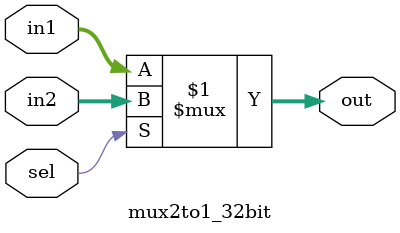
<source format=v>
module mux2to1_32bit(output [31:0] out, input sel, input [31:0] in1, input [31:0] in2);
    // reg [31:0] out;
    assign out=sel?in2:in1;
endmodule
</source>
